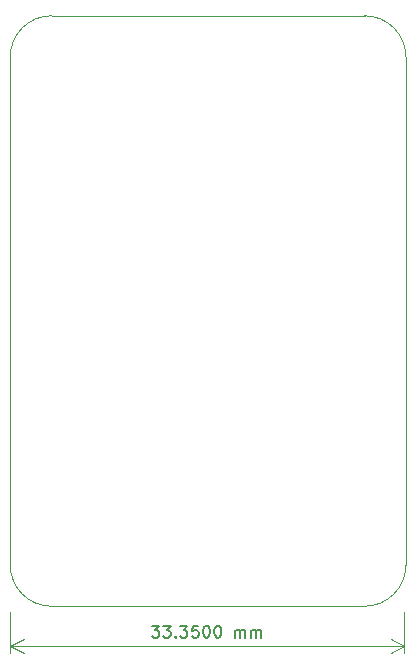
<source format=gbr>
%TF.GenerationSoftware,KiCad,Pcbnew,8.0.6*%
%TF.CreationDate,2024-11-24T22:42:30+01:00*%
%TF.ProjectId,ecad,65636164-2e6b-4696-9361-645f70636258,rev?*%
%TF.SameCoordinates,Original*%
%TF.FileFunction,Profile,NP*%
%FSLAX46Y46*%
G04 Gerber Fmt 4.6, Leading zero omitted, Abs format (unit mm)*
G04 Created by KiCad (PCBNEW 8.0.6) date 2024-11-24 22:42:30*
%MOMM*%
%LPD*%
G01*
G04 APERTURE LIST*
%TA.AperFunction,Profile*%
%ADD10C,0.050000*%
%TD*%
%ADD11C,0.150000*%
G04 APERTURE END LIST*
D10*
X117800000Y-146675000D02*
G75*
G02*
X121300000Y-150175000I0J-3500000D01*
G01*
X121300000Y-150175000D02*
X121300000Y-193175000D01*
X91300000Y-196675000D02*
G75*
G02*
X87800000Y-193175000I0J3500000D01*
G01*
X91300000Y-146675000D02*
X117800000Y-146675000D01*
X91300000Y-196675000D02*
X117800000Y-196675000D01*
X121300000Y-193175000D02*
G75*
G02*
X117800000Y-196675000I-3500000J0D01*
G01*
X87800000Y-150175000D02*
X87800000Y-193175000D01*
X87800000Y-150175000D02*
G75*
G02*
X91300000Y-146675000I3500000J0D01*
G01*
D11*
X99808334Y-198329818D02*
X100427381Y-198329818D01*
X100427381Y-198329818D02*
X100094048Y-198710770D01*
X100094048Y-198710770D02*
X100236905Y-198710770D01*
X100236905Y-198710770D02*
X100332143Y-198758389D01*
X100332143Y-198758389D02*
X100379762Y-198806008D01*
X100379762Y-198806008D02*
X100427381Y-198901246D01*
X100427381Y-198901246D02*
X100427381Y-199139341D01*
X100427381Y-199139341D02*
X100379762Y-199234579D01*
X100379762Y-199234579D02*
X100332143Y-199282199D01*
X100332143Y-199282199D02*
X100236905Y-199329818D01*
X100236905Y-199329818D02*
X99951191Y-199329818D01*
X99951191Y-199329818D02*
X99855953Y-199282199D01*
X99855953Y-199282199D02*
X99808334Y-199234579D01*
X100760715Y-198329818D02*
X101379762Y-198329818D01*
X101379762Y-198329818D02*
X101046429Y-198710770D01*
X101046429Y-198710770D02*
X101189286Y-198710770D01*
X101189286Y-198710770D02*
X101284524Y-198758389D01*
X101284524Y-198758389D02*
X101332143Y-198806008D01*
X101332143Y-198806008D02*
X101379762Y-198901246D01*
X101379762Y-198901246D02*
X101379762Y-199139341D01*
X101379762Y-199139341D02*
X101332143Y-199234579D01*
X101332143Y-199234579D02*
X101284524Y-199282199D01*
X101284524Y-199282199D02*
X101189286Y-199329818D01*
X101189286Y-199329818D02*
X100903572Y-199329818D01*
X100903572Y-199329818D02*
X100808334Y-199282199D01*
X100808334Y-199282199D02*
X100760715Y-199234579D01*
X101808334Y-199234579D02*
X101855953Y-199282199D01*
X101855953Y-199282199D02*
X101808334Y-199329818D01*
X101808334Y-199329818D02*
X101760715Y-199282199D01*
X101760715Y-199282199D02*
X101808334Y-199234579D01*
X101808334Y-199234579D02*
X101808334Y-199329818D01*
X102189286Y-198329818D02*
X102808333Y-198329818D01*
X102808333Y-198329818D02*
X102475000Y-198710770D01*
X102475000Y-198710770D02*
X102617857Y-198710770D01*
X102617857Y-198710770D02*
X102713095Y-198758389D01*
X102713095Y-198758389D02*
X102760714Y-198806008D01*
X102760714Y-198806008D02*
X102808333Y-198901246D01*
X102808333Y-198901246D02*
X102808333Y-199139341D01*
X102808333Y-199139341D02*
X102760714Y-199234579D01*
X102760714Y-199234579D02*
X102713095Y-199282199D01*
X102713095Y-199282199D02*
X102617857Y-199329818D01*
X102617857Y-199329818D02*
X102332143Y-199329818D01*
X102332143Y-199329818D02*
X102236905Y-199282199D01*
X102236905Y-199282199D02*
X102189286Y-199234579D01*
X103713095Y-198329818D02*
X103236905Y-198329818D01*
X103236905Y-198329818D02*
X103189286Y-198806008D01*
X103189286Y-198806008D02*
X103236905Y-198758389D01*
X103236905Y-198758389D02*
X103332143Y-198710770D01*
X103332143Y-198710770D02*
X103570238Y-198710770D01*
X103570238Y-198710770D02*
X103665476Y-198758389D01*
X103665476Y-198758389D02*
X103713095Y-198806008D01*
X103713095Y-198806008D02*
X103760714Y-198901246D01*
X103760714Y-198901246D02*
X103760714Y-199139341D01*
X103760714Y-199139341D02*
X103713095Y-199234579D01*
X103713095Y-199234579D02*
X103665476Y-199282199D01*
X103665476Y-199282199D02*
X103570238Y-199329818D01*
X103570238Y-199329818D02*
X103332143Y-199329818D01*
X103332143Y-199329818D02*
X103236905Y-199282199D01*
X103236905Y-199282199D02*
X103189286Y-199234579D01*
X104379762Y-198329818D02*
X104475000Y-198329818D01*
X104475000Y-198329818D02*
X104570238Y-198377437D01*
X104570238Y-198377437D02*
X104617857Y-198425056D01*
X104617857Y-198425056D02*
X104665476Y-198520294D01*
X104665476Y-198520294D02*
X104713095Y-198710770D01*
X104713095Y-198710770D02*
X104713095Y-198948865D01*
X104713095Y-198948865D02*
X104665476Y-199139341D01*
X104665476Y-199139341D02*
X104617857Y-199234579D01*
X104617857Y-199234579D02*
X104570238Y-199282199D01*
X104570238Y-199282199D02*
X104475000Y-199329818D01*
X104475000Y-199329818D02*
X104379762Y-199329818D01*
X104379762Y-199329818D02*
X104284524Y-199282199D01*
X104284524Y-199282199D02*
X104236905Y-199234579D01*
X104236905Y-199234579D02*
X104189286Y-199139341D01*
X104189286Y-199139341D02*
X104141667Y-198948865D01*
X104141667Y-198948865D02*
X104141667Y-198710770D01*
X104141667Y-198710770D02*
X104189286Y-198520294D01*
X104189286Y-198520294D02*
X104236905Y-198425056D01*
X104236905Y-198425056D02*
X104284524Y-198377437D01*
X104284524Y-198377437D02*
X104379762Y-198329818D01*
X105332143Y-198329818D02*
X105427381Y-198329818D01*
X105427381Y-198329818D02*
X105522619Y-198377437D01*
X105522619Y-198377437D02*
X105570238Y-198425056D01*
X105570238Y-198425056D02*
X105617857Y-198520294D01*
X105617857Y-198520294D02*
X105665476Y-198710770D01*
X105665476Y-198710770D02*
X105665476Y-198948865D01*
X105665476Y-198948865D02*
X105617857Y-199139341D01*
X105617857Y-199139341D02*
X105570238Y-199234579D01*
X105570238Y-199234579D02*
X105522619Y-199282199D01*
X105522619Y-199282199D02*
X105427381Y-199329818D01*
X105427381Y-199329818D02*
X105332143Y-199329818D01*
X105332143Y-199329818D02*
X105236905Y-199282199D01*
X105236905Y-199282199D02*
X105189286Y-199234579D01*
X105189286Y-199234579D02*
X105141667Y-199139341D01*
X105141667Y-199139341D02*
X105094048Y-198948865D01*
X105094048Y-198948865D02*
X105094048Y-198710770D01*
X105094048Y-198710770D02*
X105141667Y-198520294D01*
X105141667Y-198520294D02*
X105189286Y-198425056D01*
X105189286Y-198425056D02*
X105236905Y-198377437D01*
X105236905Y-198377437D02*
X105332143Y-198329818D01*
X106855953Y-199329818D02*
X106855953Y-198663151D01*
X106855953Y-198758389D02*
X106903572Y-198710770D01*
X106903572Y-198710770D02*
X106998810Y-198663151D01*
X106998810Y-198663151D02*
X107141667Y-198663151D01*
X107141667Y-198663151D02*
X107236905Y-198710770D01*
X107236905Y-198710770D02*
X107284524Y-198806008D01*
X107284524Y-198806008D02*
X107284524Y-199329818D01*
X107284524Y-198806008D02*
X107332143Y-198710770D01*
X107332143Y-198710770D02*
X107427381Y-198663151D01*
X107427381Y-198663151D02*
X107570238Y-198663151D01*
X107570238Y-198663151D02*
X107665477Y-198710770D01*
X107665477Y-198710770D02*
X107713096Y-198806008D01*
X107713096Y-198806008D02*
X107713096Y-199329818D01*
X108189286Y-199329818D02*
X108189286Y-198663151D01*
X108189286Y-198758389D02*
X108236905Y-198710770D01*
X108236905Y-198710770D02*
X108332143Y-198663151D01*
X108332143Y-198663151D02*
X108475000Y-198663151D01*
X108475000Y-198663151D02*
X108570238Y-198710770D01*
X108570238Y-198710770D02*
X108617857Y-198806008D01*
X108617857Y-198806008D02*
X108617857Y-199329818D01*
X108617857Y-198806008D02*
X108665476Y-198710770D01*
X108665476Y-198710770D02*
X108760714Y-198663151D01*
X108760714Y-198663151D02*
X108903571Y-198663151D01*
X108903571Y-198663151D02*
X108998810Y-198710770D01*
X108998810Y-198710770D02*
X109046429Y-198806008D01*
X109046429Y-198806008D02*
X109046429Y-199329818D01*
D10*
X87800000Y-197175000D02*
X87800000Y-200611419D01*
X121150000Y-197175000D02*
X121150000Y-200611419D01*
X87800000Y-200024999D02*
X121150000Y-200024999D01*
X87800000Y-200024999D02*
X121150000Y-200024999D01*
X87800000Y-200024999D02*
X88926504Y-199438578D01*
X87800000Y-200024999D02*
X88926504Y-200611420D01*
X121150000Y-200024999D02*
X120023496Y-200611420D01*
X121150000Y-200024999D02*
X120023496Y-199438578D01*
M02*

</source>
